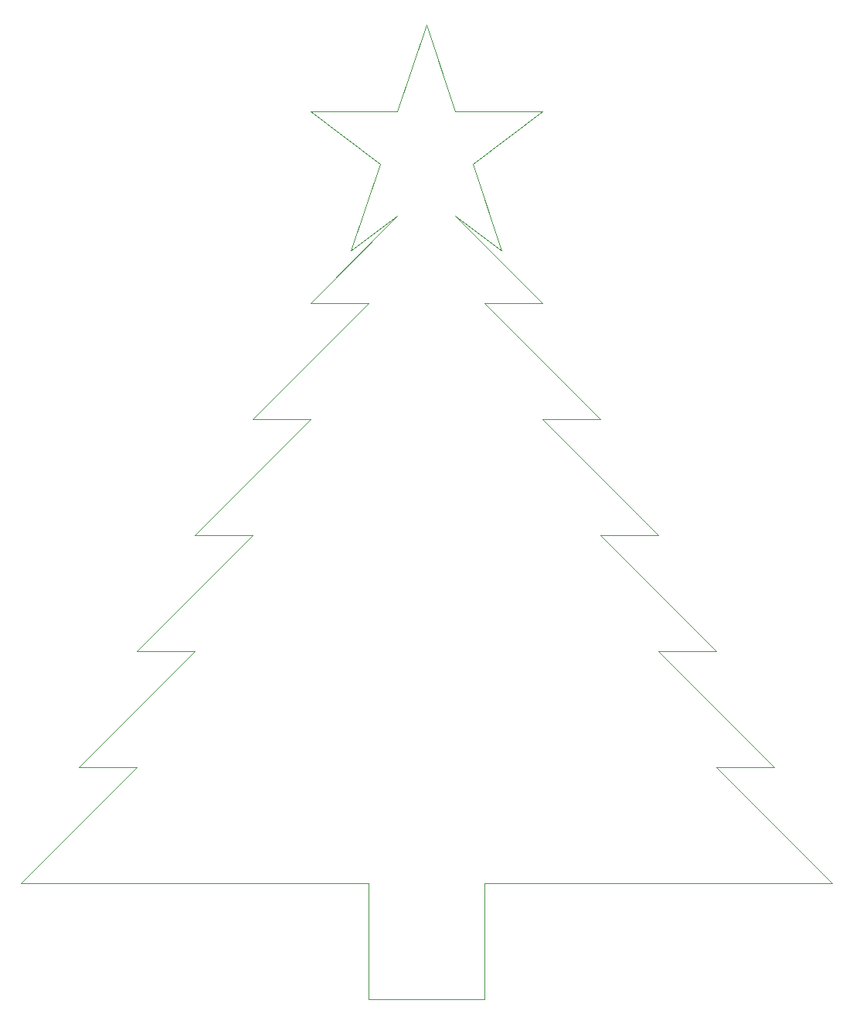
<source format=gbr>
G04 #@! TF.GenerationSoftware,KiCad,Pcbnew,5.0.1-33cea8e~68~ubuntu18.04.1*
G04 #@! TF.CreationDate,2018-11-21T15:29:58-05:00*
G04 #@! TF.ProjectId,Christmas_2018,4368726973746D61735F323031382E6B,A1*
G04 #@! TF.SameCoordinates,Original*
G04 #@! TF.FileFunction,Profile,NP*
%FSLAX46Y46*%
G04 Gerber Fmt 4.6, Leading zero omitted, Abs format (unit mm)*
G04 Created by KiCad (PCBNEW 5.0.1-33cea8e~68~ubuntu18.04.1) date Wed 21 Nov 2018 03:29:58 PM EST*
%MOMM*%
%LPD*%
G01*
G04 APERTURE LIST*
%ADD10C,0.100000*%
G04 APERTURE END LIST*
D10*
X138430000Y-41910000D02*
X141605000Y-51435000D01*
X146050000Y-36195000D02*
X138430000Y-41910000D01*
X136525000Y-36195000D02*
X146050000Y-36195000D01*
X133350000Y-26670000D02*
X136525000Y-36195000D01*
X130175000Y-36195000D02*
X133350000Y-26670000D01*
X120650000Y-36195000D02*
X130175000Y-36195000D01*
X128270000Y-41910000D02*
X120650000Y-36195000D01*
X125095000Y-51435000D02*
X128270000Y-41910000D01*
X136525000Y-47625000D02*
X141605000Y-51435000D01*
X130175000Y-47625000D02*
X125095000Y-51435000D01*
X177800000Y-120650000D02*
X139700000Y-120650000D01*
X165100000Y-107950000D02*
X177800000Y-120650000D01*
X171450000Y-107950000D02*
X165100000Y-107950000D01*
X158750000Y-95250000D02*
X171450000Y-107950000D01*
X165100000Y-95250000D02*
X158750000Y-95250000D01*
X152400000Y-82550000D02*
X165100000Y-95250000D01*
X158750000Y-82550000D02*
X152400000Y-82550000D01*
X146050000Y-69850000D02*
X158750000Y-82550000D01*
X152400000Y-69850000D02*
X146050000Y-69850000D01*
X139700000Y-57150000D02*
X152400000Y-69850000D01*
X146050000Y-57150000D02*
X139700000Y-57150000D01*
X136525000Y-47625000D02*
X146050000Y-57150000D01*
X139700000Y-133350000D02*
X139700000Y-120650000D01*
X127000000Y-133350000D02*
X139700000Y-133350000D01*
X127000000Y-120650000D02*
X127000000Y-133350000D01*
X88900000Y-120650000D02*
X127000000Y-120650000D01*
X101600000Y-107950000D02*
X88900000Y-120650000D01*
X95250000Y-107950000D02*
X101600000Y-107950000D01*
X107950000Y-95250000D02*
X95250000Y-107950000D01*
X101600000Y-95250000D02*
X107950000Y-95250000D01*
X114300000Y-82550000D02*
X101600000Y-95250000D01*
X107950000Y-82550000D02*
X114300000Y-82550000D01*
X120650000Y-69850000D02*
X107950000Y-82550000D01*
X114300000Y-69850000D02*
X120650000Y-69850000D01*
X127000000Y-57150000D02*
X114300000Y-69850000D01*
X120650000Y-57150000D02*
X127000000Y-57150000D01*
X130175000Y-47625000D02*
X120650000Y-57150000D01*
M02*

</source>
